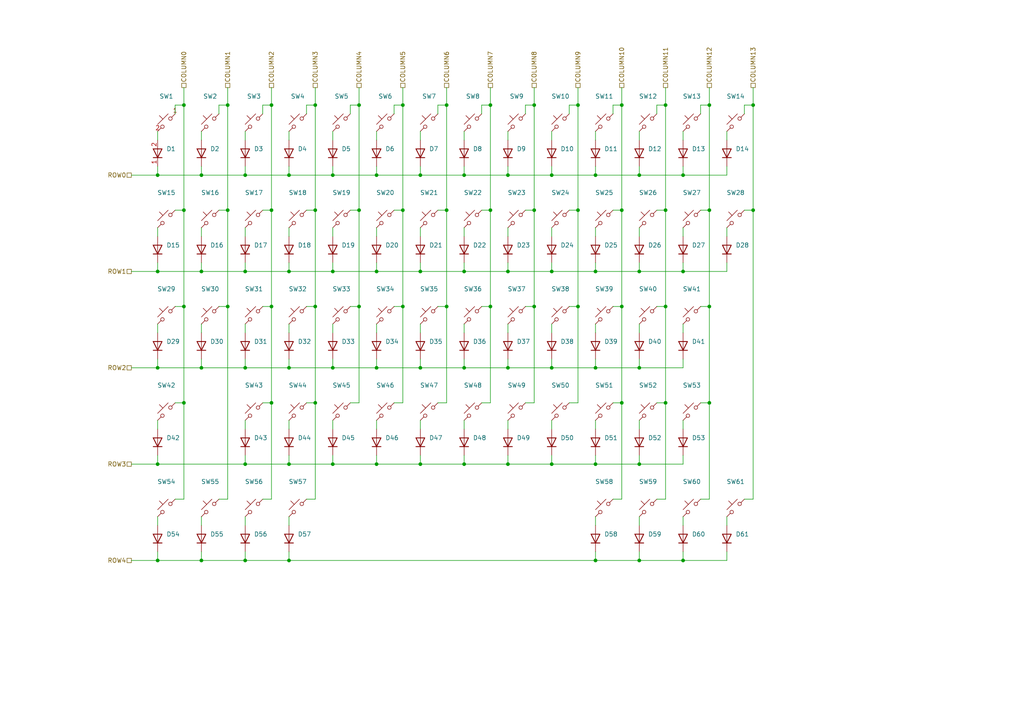
<source format=kicad_sch>
(kicad_sch (version 20231120) (generator "eeschema") (generator_version "8.0")
  (paper "A4")
  (junction (at 71.12 134.62))
  (junction (at 154.94 88.9))
  (junction (at 83.82 106.68))
  (junction (at 167.64 88.9))
  (junction (at 198.12 50.8))
  (junction (at 53.34 60.96))
  (junction (at 109.22 50.8))
  (junction (at 121.92 134.62))
  (junction (at 58.42 78.74))
  (junction (at 116.84 30.48))
  (junction (at 193.04 60.96))
  (junction (at 45.72 78.74))
  (junction (at 104.14 88.9))
  (junction (at 198.12 78.74))
  (junction (at 185.42 106.68))
  (junction (at 71.12 78.74))
  (junction (at 142.24 30.48))
  (junction (at 134.62 78.74))
  (junction (at 78.74 88.9))
  (junction (at 116.84 88.9))
  (junction (at 58.42 162.56))
  (junction (at 160.02 106.68))
  (junction (at 167.64 60.96))
  (junction (at 83.82 134.62))
  (junction (at 142.24 88.9))
  (junction (at 78.74 30.48))
  (junction (at 154.94 30.48))
  (junction (at 96.52 134.62))
  (junction (at 160.02 50.8))
  (junction (at 121.92 78.74))
  (junction (at 45.72 134.62))
  (junction (at 91.44 88.9))
  (junction (at 53.34 30.48))
  (junction (at 154.94 60.96))
  (junction (at 96.52 106.68))
  (junction (at 142.24 60.96))
  (junction (at 58.42 50.8))
  (junction (at 167.64 30.48))
  (junction (at 53.34 88.9))
  (junction (at 66.04 60.96))
  (junction (at 147.32 50.8))
  (junction (at 129.54 60.96))
  (junction (at 134.62 134.62))
  (junction (at 129.54 88.9))
  (junction (at 121.92 50.8))
  (junction (at 205.74 116.84))
  (junction (at 147.32 134.62))
  (junction (at 180.34 116.84))
  (junction (at 218.44 60.96))
  (junction (at 91.44 116.84))
  (junction (at 71.12 106.68))
  (junction (at 109.22 106.68))
  (junction (at 172.72 106.68))
  (junction (at 109.22 78.74))
  (junction (at 180.34 60.96))
  (junction (at 185.42 162.56))
  (junction (at 116.84 60.96))
  (junction (at 134.62 50.8))
  (junction (at 193.04 30.48))
  (junction (at 180.34 88.9))
  (junction (at 147.32 106.68))
  (junction (at 109.22 134.62))
  (junction (at 160.02 78.74))
  (junction (at 78.74 116.84))
  (junction (at 205.74 30.48))
  (junction (at 66.04 30.48))
  (junction (at 172.72 162.56))
  (junction (at 104.14 60.96))
  (junction (at 185.42 50.8))
  (junction (at 53.34 116.84))
  (junction (at 185.42 134.62))
  (junction (at 134.62 106.68))
  (junction (at 83.82 162.56))
  (junction (at 71.12 50.8))
  (junction (at 172.72 78.74))
  (junction (at 45.72 162.56))
  (junction (at 78.74 60.96))
  (junction (at 180.34 30.48))
  (junction (at 205.74 88.9))
  (junction (at 205.74 60.96))
  (junction (at 172.72 50.8))
  (junction (at 185.42 78.74))
  (junction (at 58.42 106.68))
  (junction (at 83.82 78.74))
  (junction (at 198.12 162.56))
  (junction (at 91.44 30.48))
  (junction (at 45.72 50.8))
  (junction (at 66.04 88.9))
  (junction (at 104.14 30.48))
  (junction (at 160.02 134.62))
  (junction (at 96.52 78.74))
  (junction (at 147.32 78.74))
  (junction (at 83.82 50.8))
  (junction (at 172.72 134.62))
  (junction (at 91.44 60.96))
  (junction (at 129.54 30.48))
  (junction (at 71.12 162.56))
  (junction (at 193.04 116.84))
  (junction (at 96.52 50.8))
  (junction (at 45.72 106.68))
  (junction (at 121.92 106.68))
  (junction (at 193.04 88.9))
  (junction (at 218.44 30.48))
  (wire (pts (xy 134.62 121.92) (xy 134.62 124.46)))
  (wire (pts (xy 190.5 144.78) (xy 193.04 144.78)))
  (wire (pts (xy 88.9 116.84) (xy 91.44 116.84)))
  (wire (pts (xy 121.92 106.68) (xy 134.62 106.68)))
  (wire (pts (xy 91.44 60.96) (xy 91.44 30.48)))
  (wire (pts (xy 71.12 93.98) (xy 71.12 96.52)))
  (wire (pts (xy 63.5 33.02) (xy 63.5 30.48)))
  (wire (pts (xy 83.82 78.74) (xy 96.52 78.74)))
  (wire (pts (xy 45.72 48.26) (xy 45.72 50.8)))
  (wire (pts (xy 215.9 30.48) (xy 218.44 30.48)))
  (wire (pts (xy 91.44 116.84) (xy 91.44 144.78)))
  (wire (pts (xy 116.84 60.96) (xy 116.84 88.9)))
  (wire (pts (xy 50.8 144.78) (xy 53.34 144.78)))
  (wire (pts (xy 109.22 104.14) (xy 109.22 106.68)))
  (wire (pts (xy 165.1 33.02) (xy 165.1 30.48)))
  (wire (pts (xy 121.92 48.26) (xy 121.92 50.8)))
  (wire (pts (xy 139.7 30.48) (xy 142.24 30.48)))
  (wire (pts (xy 121.92 78.74) (xy 134.62 78.74)))
  (wire (pts (xy 50.8 88.9) (xy 53.34 88.9)))
  (wire (pts (xy 96.52 66.04) (xy 96.52 68.58)))
  (wire (pts (xy 58.42 106.68) (xy 71.12 106.68)))
  (wire (pts (xy 38.1 162.56) (xy 45.72 162.56)))
  (wire (pts (xy 198.12 121.92) (xy 198.12 124.46)))
  (wire (pts (xy 121.92 66.04) (xy 121.92 68.58)))
  (wire (pts (xy 172.72 50.8) (xy 185.42 50.8)))
  (wire (pts (xy 71.12 132.08) (xy 71.12 134.62)))
  (wire (pts (xy 185.42 48.26) (xy 185.42 50.8)))
  (wire (pts (xy 114.3 60.96) (xy 116.84 60.96)))
  (wire (pts (xy 198.12 76.2) (xy 198.12 78.74)))
  (wire (pts (xy 203.2 88.9) (xy 205.74 88.9)))
  (wire (pts (xy 109.22 50.8) (xy 121.92 50.8)))
  (wire (pts (xy 147.32 76.2) (xy 147.32 78.74)))
  (wire (pts (xy 104.14 60.96) (xy 104.14 30.48)))
  (wire (pts (xy 53.34 60.96) (xy 53.34 88.9)))
  (wire (pts (xy 38.1 78.74) (xy 45.72 78.74)))
  (wire (pts (xy 66.04 60.96) (xy 66.04 88.9)))
  (wire (pts (xy 160.02 76.2) (xy 160.02 78.74)))
  (wire (pts (xy 83.82 66.04) (xy 83.82 68.58)))
  (wire (pts (xy 160.02 106.68) (xy 172.72 106.68)))
  (wire (pts (xy 45.72 78.74) (xy 58.42 78.74)))
  (wire (pts (xy 134.62 134.62) (xy 147.32 134.62)))
  (wire (pts (xy 71.12 121.92) (xy 71.12 124.46)))
  (wire (pts (xy 127 60.96) (xy 129.54 60.96)))
  (wire (pts (xy 160.02 104.14) (xy 160.02 106.68)))
  (wire (pts (xy 152.4 116.84) (xy 154.94 116.84)))
  (wire (pts (xy 58.42 50.8) (xy 71.12 50.8)))
  (wire (pts (xy 71.12 50.8) (xy 83.82 50.8)))
  (wire (pts (xy 205.74 60.96) (xy 205.74 30.48)))
  (wire (pts (xy 129.54 116.84) (xy 129.54 88.9)))
  (wire (pts (xy 109.22 132.08) (xy 109.22 134.62)))
  (wire (pts (xy 185.42 160.02) (xy 185.42 162.56)))
  (wire (pts (xy 83.82 132.08) (xy 83.82 134.62)))
  (wire (pts (xy 147.32 104.14) (xy 147.32 106.68)))
  (wire (pts (xy 193.04 30.48) (xy 193.04 60.96)))
  (wire (pts (xy 172.72 162.56) (xy 185.42 162.56)))
  (wire (pts (xy 142.24 88.9) (xy 142.24 116.84)))
  (wire (pts (xy 180.34 30.48) (xy 177.8 30.48)))
  (wire (pts (xy 193.04 88.9) (xy 193.04 116.84)))
  (wire (pts (xy 160.02 48.26) (xy 160.02 50.8)))
  (wire (pts (xy 121.92 134.62) (xy 134.62 134.62)))
  (wire (pts (xy 193.04 60.96) (xy 193.04 88.9)))
  (wire (pts (xy 198.12 48.26) (xy 198.12 50.8)))
  (wire (pts (xy 160.02 134.62) (xy 172.72 134.62)))
  (wire (pts (xy 109.22 121.92) (xy 109.22 124.46)))
  (wire (pts (xy 185.42 106.68) (xy 198.12 106.68)))
  (wire (pts (xy 152.4 88.9) (xy 154.94 88.9)))
  (wire (pts (xy 76.2 60.96) (xy 78.74 60.96)))
  (wire (pts (xy 203.2 116.84) (xy 205.74 116.84)))
  (wire (pts (xy 218.44 60.96) (xy 218.44 144.78)))
  (wire (pts (xy 147.32 134.62) (xy 160.02 134.62)))
  (wire (pts (xy 104.14 25.4) (xy 104.14 30.48)))
  (wire (pts (xy 58.42 76.2) (xy 58.42 78.74)))
  (wire (pts (xy 147.32 50.8) (xy 160.02 50.8)))
  (wire (pts (xy 78.74 30.48) (xy 78.74 60.96)))
  (wire (pts (xy 71.12 162.56) (xy 83.82 162.56)))
  (wire (pts (xy 198.12 104.14) (xy 198.12 106.68)))
  (wire (pts (xy 198.12 93.98) (xy 198.12 96.52)))
  (wire (pts (xy 83.82 121.92) (xy 83.82 124.46)))
  (wire (pts (xy 66.04 88.9) (xy 66.04 144.78)))
  (wire (pts (xy 109.22 38.1) (xy 109.22 40.64)))
  (wire (pts (xy 218.44 25.4) (xy 218.44 30.48)))
  (wire (pts (xy 172.72 104.14) (xy 172.72 106.68)))
  (wire (pts (xy 71.12 48.26) (xy 71.12 50.8)))
  (wire (pts (xy 185.42 66.04) (xy 185.42 68.58)))
  (wire (pts (xy 218.44 144.78) (xy 215.9 144.78)))
  (wire (pts (xy 96.52 50.8) (xy 109.22 50.8)))
  (wire (pts (xy 121.92 121.92) (xy 121.92 124.46)))
  (wire (pts (xy 185.42 50.8) (xy 198.12 50.8)))
  (wire (pts (xy 114.3 88.9) (xy 116.84 88.9)))
  (wire (pts (xy 66.04 144.78) (xy 63.5 144.78)))
  (wire (pts (xy 215.9 33.02) (xy 215.9 30.48)))
  (wire (pts (xy 165.1 30.48) (xy 167.64 30.48)))
  (wire (pts (xy 91.44 25.4) (xy 91.44 30.48)))
  (wire (pts (xy 127 88.9) (xy 129.54 88.9)))
  (wire (pts (xy 109.22 66.04) (xy 109.22 68.58)))
  (wire (pts (xy 177.8 116.84) (xy 180.34 116.84)))
  (wire (pts (xy 116.84 30.48) (xy 116.84 60.96)))
  (wire (pts (xy 185.42 149.86) (xy 185.42 152.4)))
  (wire (pts (xy 83.82 106.68) (xy 96.52 106.68)))
  (wire (pts (xy 172.72 106.68) (xy 185.42 106.68)))
  (wire (pts (xy 180.34 60.96) (xy 180.34 30.48)))
  (wire (pts (xy 58.42 160.02) (xy 58.42 162.56)))
  (wire (pts (xy 198.12 78.74) (xy 210.82 78.74)))
  (wire (pts (xy 139.7 60.96) (xy 142.24 60.96)))
  (wire (pts (xy 190.5 60.96) (xy 193.04 60.96)))
  (wire (pts (xy 78.74 60.96) (xy 78.74 88.9)))
  (wire (pts (xy 154.94 25.4) (xy 154.94 30.48)))
  (wire (pts (xy 76.2 88.9) (xy 78.74 88.9)))
  (wire (pts (xy 142.24 30.48) (xy 142.24 60.96)))
  (wire (pts (xy 45.72 104.14) (xy 45.72 106.68)))
  (wire (pts (xy 129.54 88.9) (xy 129.54 60.96)))
  (wire (pts (xy 96.52 132.08) (xy 96.52 134.62)))
  (wire (pts (xy 165.1 60.96) (xy 167.64 60.96)))
  (wire (pts (xy 58.42 162.56) (xy 71.12 162.56)))
  (wire (pts (xy 45.72 50.8) (xy 58.42 50.8)))
  (wire (pts (xy 215.9 60.96) (xy 218.44 60.96)))
  (wire (pts (xy 160.02 38.1) (xy 160.02 40.64)))
  (wire (pts (xy 116.84 88.9) (xy 116.84 116.84)))
  (wire (pts (xy 160.02 93.98) (xy 160.02 96.52)))
  (wire (pts (xy 147.32 78.74) (xy 160.02 78.74)))
  (wire (pts (xy 71.12 104.14) (xy 71.12 106.68)))
  (wire (pts (xy 154.94 60.96) (xy 154.94 88.9)))
  (wire (pts (xy 129.54 25.4) (xy 129.54 30.48)))
  (wire (pts (xy 96.52 93.98) (xy 96.52 96.52)))
  (wire (pts (xy 190.5 30.48) (xy 193.04 30.48)))
  (wire (pts (xy 101.6 88.9) (xy 104.14 88.9)))
  (wire (pts (xy 121.92 93.98) (xy 121.92 96.52)))
  (wire (pts (xy 96.52 104.14) (xy 96.52 106.68)))
  (wire (pts (xy 165.1 88.9) (xy 167.64 88.9)))
  (wire (pts (xy 134.62 50.8) (xy 147.32 50.8)))
  (wire (pts (xy 109.22 93.98) (xy 109.22 96.52)))
  (wire (pts (xy 96.52 76.2) (xy 96.52 78.74)))
  (wire (pts (xy 139.7 33.02) (xy 139.7 30.48)))
  (wire (pts (xy 190.5 33.02) (xy 190.5 30.48)))
  (wire (pts (xy 154.94 30.48) (xy 154.94 60.96)))
  (wire (pts (xy 205.74 88.9) (xy 205.74 60.96)))
  (wire (pts (xy 78.74 116.84) (xy 78.74 144.78)))
  (wire (pts (xy 147.32 93.98) (xy 147.32 96.52)))
  (wire (pts (xy 63.5 60.96) (xy 66.04 60.96)))
  (wire (pts (xy 154.94 30.48) (xy 152.4 30.48)))
  (wire (pts (xy 147.32 48.26) (xy 147.32 50.8)))
  (wire (pts (xy 172.72 66.04) (xy 172.72 68.58)))
  (wire (pts (xy 193.04 25.4) (xy 193.04 30.48)))
  (wire (pts (xy 45.72 93.98) (xy 45.72 96.52)))
  (wire (pts (xy 160.02 132.08) (xy 160.02 134.62)))
  (wire (pts (xy 121.92 132.08) (xy 121.92 134.62)))
  (wire (pts (xy 172.72 48.26) (xy 172.72 50.8)))
  (wire (pts (xy 185.42 93.98) (xy 185.42 96.52)))
  (wire (pts (xy 134.62 132.08) (xy 134.62 134.62)))
  (wire (pts (xy 134.62 106.68) (xy 147.32 106.68)))
  (wire (pts (xy 172.72 121.92) (xy 172.72 124.46)))
  (wire (pts (xy 134.62 38.1) (xy 134.62 40.64)))
  (wire (pts (xy 152.4 60.96) (xy 154.94 60.96)))
  (wire (pts (xy 71.12 78.74) (xy 83.82 78.74)))
  (wire (pts (xy 185.42 134.62) (xy 198.12 134.62)))
  (wire (pts (xy 203.2 60.96) (xy 205.74 60.96)))
  (wire (pts (xy 185.42 132.08) (xy 185.42 134.62)))
  (wire (pts (xy 198.12 149.86) (xy 198.12 152.4)))
  (wire (pts (xy 127 30.48) (xy 127 33.02)))
  (wire (pts (xy 96.52 38.1) (xy 96.52 40.64)))
  (wire (pts (xy 76.2 116.84) (xy 78.74 116.84)))
  (wire (pts (xy 96.52 106.68) (xy 109.22 106.68)))
  (wire (pts (xy 83.82 48.26) (xy 83.82 50.8)))
  (wire (pts (xy 172.72 38.1) (xy 172.72 40.64)))
  (wire (pts (xy 58.42 104.14) (xy 58.42 106.68)))
  (wire (pts (xy 83.82 134.62) (xy 96.52 134.62)))
  (wire (pts (xy 205.74 30.48) (xy 203.2 30.48)))
  (wire (pts (xy 58.42 93.98) (xy 58.42 96.52)))
  (wire (pts (xy 160.02 78.74) (xy 172.72 78.74)))
  (wire (pts (xy 45.72 132.08) (xy 45.72 134.62)))
  (wire (pts (xy 53.34 88.9) (xy 53.34 116.84)))
  (wire (pts (xy 172.72 160.02) (xy 172.72 162.56)))
  (wire (pts (xy 185.42 38.1) (xy 185.42 40.64)))
  (wire (pts (xy 58.42 48.26) (xy 58.42 50.8)))
  (wire (pts (xy 88.9 60.96) (xy 91.44 60.96)))
  (wire (pts (xy 134.62 66.04) (xy 134.62 68.58)))
  (wire (pts (xy 167.64 60.96) (xy 167.64 88.9)))
  (wire (pts (xy 142.24 60.96) (xy 142.24 88.9)))
  (wire (pts (xy 71.12 106.68) (xy 83.82 106.68)))
  (wire (pts (xy 160.02 50.8) (xy 172.72 50.8)))
  (wire (pts (xy 50.8 60.96) (xy 53.34 60.96)))
  (wire (pts (xy 45.72 106.68) (xy 58.42 106.68)))
  (wire (pts (xy 127 116.84) (xy 129.54 116.84)))
  (wire (pts (xy 167.64 30.48) (xy 167.64 60.96)))
  (wire (pts (xy 50.8 116.84) (xy 53.34 116.84)))
  (wire (pts (xy 167.64 25.4) (xy 167.64 30.48)))
  (wire (pts (xy 180.34 25.4) (xy 180.34 30.48)))
  (wire (pts (xy 88.9 88.9) (xy 91.44 88.9)))
  (wire (pts (xy 185.42 121.92) (xy 185.42 124.46)))
  (wire (pts (xy 147.32 121.92) (xy 147.32 124.46)))
  (wire (pts (xy 172.72 78.74) (xy 185.42 78.74)))
  (wire (pts (xy 50.8 33.02) (xy 50.8 30.48)))
  (wire (pts (xy 210.82 66.04) (xy 210.82 68.58)))
  (wire (pts (xy 198.12 50.8) (xy 210.82 50.8)))
  (wire (pts (xy 154.94 88.9) (xy 154.94 116.84)))
  (wire (pts (xy 198.12 66.04) (xy 198.12 68.58)))
  (wire (pts (xy 134.62 104.14) (xy 134.62 106.68)))
  (wire (pts (xy 101.6 30.48) (xy 101.6 33.02)))
  (wire (pts (xy 45.72 121.92) (xy 45.72 124.46)))
  (wire (pts (xy 101.6 60.96) (xy 104.14 60.96)))
  (wire (pts (xy 104.14 30.48) (xy 101.6 30.48)))
  (wire (pts (xy 134.62 76.2) (xy 134.62 78.74)))
  (wire (pts (xy 109.22 134.62) (xy 121.92 134.62)))
  (wire (pts (xy 76.2 30.48) (xy 78.74 30.48)))
  (wire (pts (xy 147.32 132.08) (xy 147.32 134.62)))
  (wire (pts (xy 71.12 38.1) (xy 71.12 40.64)))
  (wire (pts (xy 58.42 78.74) (xy 71.12 78.74)))
  (wire (pts (xy 172.72 149.86) (xy 172.72 152.4)))
  (wire (pts (xy 53.34 25.4) (xy 53.34 30.48)))
  (wire (pts (xy 177.8 60.96) (xy 180.34 60.96)))
  (wire (pts (xy 152.4 30.48) (xy 152.4 33.02)))
  (wire (pts (xy 185.42 104.14) (xy 185.42 106.68)))
  (wire (pts (xy 185.42 78.74) (xy 198.12 78.74)))
  (wire (pts (xy 172.72 132.08) (xy 172.72 134.62)))
  (wire (pts (xy 205.74 116.84) (xy 205.74 88.9)))
  (wire (pts (xy 96.52 48.26) (xy 96.52 50.8)))
  (wire (pts (xy 38.1 106.68) (xy 45.72 106.68)))
  (wire (pts (xy 121.92 104.14) (xy 121.92 106.68)))
  (wire (pts (xy 91.44 88.9) (xy 91.44 60.96)))
  (wire (pts (xy 210.82 48.26) (xy 210.82 50.8)))
  (wire (pts (xy 66.04 25.4) (xy 66.04 30.48)))
  (wire (pts (xy 177.8 144.78) (xy 180.34 144.78)))
  (wire (pts (xy 83.82 50.8) (xy 96.52 50.8)))
  (wire (pts (xy 114.3 30.48) (xy 116.84 30.48)))
  (wire (pts (xy 104.14 116.84) (xy 104.14 88.9)))
  (wire (pts (xy 83.82 76.2) (xy 83.82 78.74)))
  (wire (pts (xy 114.3 33.02) (xy 114.3 30.48)))
  (wire (pts (xy 218.44 30.48) (xy 218.44 60.96)))
  (wire (pts (xy 83.82 38.1) (xy 83.82 40.64)))
  (wire (pts (xy 88.9 30.48) (xy 88.9 33.02)))
  (wire (pts (xy 134.62 93.98) (xy 134.62 96.52)))
  (wire (pts (xy 45.72 76.2) (xy 45.72 78.74)))
  (wire (pts (xy 147.32 66.04) (xy 147.32 68.58)))
  (wire (pts (xy 83.82 149.86) (xy 83.82 152.4)))
  (wire (pts (xy 114.3 116.84) (xy 116.84 116.84)))
  (wire (pts (xy 210.82 162.56) (xy 198.12 162.56)))
  (wire (pts (xy 203.2 144.78) (xy 205.74 144.78)))
  (wire (pts (xy 45.72 38.1) (xy 45.72 40.64)))
  (wire (pts (xy 205.74 144.78) (xy 205.74 116.84)))
  (wire (pts (xy 172.72 93.98) (xy 172.72 96.52)))
  (wire (pts (xy 193.04 116.84) (xy 193.04 144.78)))
  (wire (pts (xy 83.82 160.02) (xy 83.82 162.56)))
  (wire (pts (xy 109.22 48.26) (xy 109.22 50.8)))
  (wire (pts (xy 121.92 38.1) (xy 121.92 40.64)))
  (wire (pts (xy 167.64 88.9) (xy 167.64 116.84)))
  (wire (pts (xy 58.42 38.1) (xy 58.42 40.64)))
  (wire (pts (xy 83.82 93.98) (xy 83.82 96.52)))
  (wire (pts (xy 180.34 116.84) (xy 180.34 88.9)))
  (wire (pts (xy 147.32 106.68) (xy 160.02 106.68)))
  (wire (pts (xy 50.8 30.48) (xy 53.34 30.48)))
  (wire (pts (xy 198.12 38.1) (xy 198.12 40.64)))
  (wire (pts (xy 83.82 104.14) (xy 83.82 106.68)))
  (wire (pts (xy 45.72 149.86) (xy 45.72 152.4)))
  (wire (pts (xy 134.62 78.74) (xy 147.32 78.74)))
  (wire (pts (xy 53.34 30.48) (xy 53.34 60.96)))
  (wire (pts (xy 71.12 76.2) (xy 71.12 78.74)))
  (wire (pts (xy 185.42 76.2) (xy 185.42 78.74)))
  (wire (pts (xy 45.72 134.62) (xy 71.12 134.62)))
  (wire (pts (xy 180.34 144.78) (xy 180.34 116.84)))
  (wire (pts (xy 96.52 121.92) (xy 96.52 124.46)))
  (wire (pts (xy 53.34 116.84) (xy 53.34 144.78)))
  (wire (pts (xy 160.02 121.92) (xy 160.02 124.46)))
  (wire (pts (xy 91.44 116.84) (xy 91.44 88.9)))
  (wire (pts (xy 104.14 88.9) (xy 104.14 60.96)))
  (wire (pts (xy 198.12 132.08) (xy 198.12 134.62)))
  (wire (pts (xy 198.12 160.02) (xy 198.12 162.56)))
  (wire (pts (xy 180.34 88.9) (xy 180.34 60.96)))
  (wire (pts (xy 121.92 50.8) (xy 134.62 50.8)))
  (wire (pts (xy 63.5 88.9) (xy 66.04 88.9)))
  (wire (pts (xy 45.72 66.04) (xy 45.72 68.58)))
  (wire (pts (xy 172.72 134.62) (xy 185.42 134.62)))
  (wire (pts (xy 45.72 162.56) (xy 58.42 162.56)))
  (wire (pts (xy 139.7 88.9) (xy 142.24 88.9)))
  (wire (pts (xy 96.52 134.62) (xy 109.22 134.62)))
  (wire (pts (xy 96.52 78.74) (xy 109.22 78.74)))
  (wire (pts (xy 71.12 160.02) (xy 71.12 162.56)))
  (wire (pts (xy 71.12 134.62) (xy 83.82 134.62)))
  (wire (pts (xy 210.82 160.02) (xy 210.82 162.56)))
  (wire (pts (xy 78.74 144.78) (xy 76.2 144.78)))
  (wire (pts (xy 134.62 48.26) (xy 134.62 50.8)))
  (wire (pts (xy 91.44 144.78) (xy 88.9 144.78)))
  (wire (pts (xy 147.32 38.1) (xy 147.32 40.64)))
  (wire (pts (xy 109.22 78.74) (xy 121.92 78.74)))
  (wire (pts (xy 45.72 160.02) (xy 45.72 162.56)))
  (wire (pts (xy 142.24 25.4) (xy 142.24 30.48)))
  (wire (pts (xy 78.74 25.4) (xy 78.74 30.48)))
  (wire (pts (xy 210.82 38.1) (xy 210.82 40.64)))
  (wire (pts (xy 109.22 76.2) (xy 109.22 78.74)))
  (wire (pts (xy 190.5 116.84) (xy 193.04 116.84)))
  (wire (pts (xy 185.42 162.56) (xy 198.12 162.56)))
  (wire (pts (xy 210.82 76.2) (xy 210.82 78.74)))
  (wire (pts (xy 205.74 25.4) (xy 205.74 30.48)))
  (wire (pts (xy 71.12 149.86) (xy 71.12 152.4)))
  (wire (pts (xy 165.1 116.84) (xy 167.64 116.84)))
  (wire (pts (xy 58.42 149.86) (xy 58.42 152.4)))
  (wire (pts (xy 66.04 30.48) (xy 66.04 60.96)))
  (wire (pts (xy 121.92 76.2) (xy 121.92 78.74)))
  (wire (pts (xy 76.2 33.02) (xy 76.2 30.48)))
  (wire (pts (xy 58.42 66.04) (xy 58.42 68.58)))
  (wire (pts (xy 129.54 60.96) (xy 129.54 30.48)))
  (wire (pts (xy 203.2 30.48) (xy 203.2 33.02)))
  (wire (pts (xy 177.8 88.9) (xy 180.34 88.9)))
  (wire (pts (xy 63.5 30.48) (xy 66.04 30.48)))
  (wire (pts (xy 129.54 30.48) (xy 127 30.48)))
  (wire (pts (xy 116.84 25.4) (xy 116.84 30.48)))
  (wire (pts (xy 38.1 50.8) (xy 45.72 50.8)))
  (wire (pts (xy 83.82 162.56) (xy 172.72 162.56)))
  (wire (pts (xy 177.8 30.48) (xy 177.8 33.02)))
  (wire (pts (xy 160.02 66.04) (xy 160.02 68.58)))
  (wire (pts (xy 109.22 106.68) (xy 121.92 106.68)))
  (wire (pts (xy 91.44 30.48) (xy 88.9 30.48)))
  (wire (pts (xy 78.74 88.9) (xy 78.74 116.84)))
  (wire (pts (xy 38.1 134.62) (xy 45.72 134.62)))
  (wire (pts (xy 210.82 149.86) (xy 210.82 152.4)))
  (wire (pts (xy 101.6 116.84) (xy 104.14 116.84)))
  (wire (pts (xy 71.12 66.04) (xy 71.12 68.58)))
  (wire (pts (xy 172.72 76.2) (xy 172.72 78.74)))
  (wire (pts (xy 139.7 116.84) (xy 142.24 116.84)))
  (wire (pts (xy 190.5 88.9) (xy 193.04 88.9)))
  (hierarchical_label "COLUMN7" (shape passive) (at 142.24 25.4 90))
  (hierarchical_label "COLUMN8" (shape passive) (at 154.94 25.4 90))
  (hierarchical_label "COLUMN11" (shape passive) (at 193.04 25.4 90))
  (hierarchical_label "COLUMN0" (shape passive) (at 53.34 25.4 90))
  (hierarchical_label "COLUMN3" (shape passive) (at 91.44 25.4 90))
  (hierarchical_label "ROW0" (shape passive) (at 38.1 50.8 180))
  (hierarchical_label "ROW2" (shape passive) (at 38.1 106.68 180))
  (hierarchical_label "COLUMN5" (shape passive) (at 116.84 25.4 90))
  (hierarchical_label "COLUMN2" (shape passive) (at 78.74 25.4 90))
  (hierarchical_label "ROW4" (shape passive) (at 38.1 162.56 180))
  (hierarchical_label "COLUMN9" (shape passive) (at 167.64 25.4 90))
  (hierarchical_label "COLUMN10" (shape passive) (at 180.34 25.4 90))
  (hierarchical_label "COLUMN12" (shape passive) (at 205.74 25.4 90))
  (hierarchical_label "ROW1" (shape passive) (at 38.1 78.74 180))
  (hierarchical_label "COLUMN4" (shape passive) (at 104.14 25.4 90))
  (hierarchical_label "ROW3" (shape passive) (at 38.1 134.62 180))
  (hierarchical_label "COLUMN13" (shape passive) (at 218.44 25.4 90))
  (hierarchical_label "COLUMN1" (shape passive) (at 66.04 25.4 90))
  (hierarchical_label "COLUMN6" (shape passive) (at 129.54 25.4 90))
  (symbol (lib_id "Switch:SW_Push_45deg") (at 162.56 119.38 0) (mirror y) (unit 1)
    (property "Reference" "SW50" (at 162.56 111.76 0))
    (property "Value" "SW_Push_45deg" (effects (hide yes)))
    (property "Footprint" "Button_Switch_Keyboard:SW_Cherry_MX_1.00u_PCB" (effects (hide yes)))
    (property "Description" "Push button switch, normally open, two pins, 45° tilted" (effects (hide yes)))
  )
  (symbol (lib_id "Switch:SW_Push_45deg") (at 111.76 119.38 0) (mirror y) (unit 1)
    (property "Reference" "SW46" (at 111.76 111.76 0))
    (property "Value" "SW_Push_45deg" (effects (hide yes)))
    (property "Footprint" "Button_Switch_Keyboard:SW_Cherry_MX_1.00u_PCB" (effects (hide yes)))
    (property "Description" "Push button switch, normally open, two pins, 45° tilted" (effects (hide yes)))
  )
  (symbol (lib_id "Device:D") (at 185.42 72.39 90) (unit 1)
    (property "Reference" "D26" (at 187.96 71.1199 90) (effects (justify right)))
    (property "Value" "D" (effects (hide yes)))
    (property "Footprint" "Diode_SMD:D_0805_2012Metric" (effects (hide yes)))
    (property "Description" "Diode" (effects (hide yes)))
    (property "Sim.Device" "D" (effects (hide yes)))
    (property "Sim.Pins" "1=K 2=A" (effects (hide yes)))
  )
  (symbol (lib_id "Device:D") (at 83.82 128.27 90) (unit 1)
    (property "Reference" "D44" (at 86.36 126.9999 90) (effects (justify right)))
    (property "Value" "D" (effects (hide yes)))
    (property "Footprint" "Diode_SMD:D_0805_2012Metric" (effects (hide yes)))
    (property "Description" "Diode" (effects (hide yes)))
    (property "Sim.Device" "D" (effects (hide yes)))
    (property "Sim.Pins" "1=K 2=A" (effects (hide yes)))
  )
  (symbol (lib_id "Switch:SW_Push_45deg") (at 48.26 63.5 0) (mirror y) (unit 1)
    (property "Reference" "SW15" (at 48.26 55.88 0))
    (property "Value" "SW_Push_45deg" (effects (hide yes)))
    (property "Footprint" "Button_Switch_Keyboard:SW_Cherry_MX_1.50u_PCB" (effects (hide yes)))
    (property "Description" "Push button switch, normally open, two pins, 45° tilted" (effects (hide yes)))
  )
  (symbol (lib_id "Switch:SW_Push_45deg") (at 99.06 35.56 0) (mirror y) (unit 1)
    (property "Reference" "SW5" (at 99.06 27.94 0))
    (property "Value" "SW_Push_45deg" (effects (hide yes)))
    (property "Footprint" "Button_Switch_Keyboard:SW_Cherry_MX_1.00u_PCB" (effects (hide yes)))
    (property "Description" "Push button switch, normally open, two pins, 45° tilted" (effects (hide yes)))
  )
  (symbol (lib_id "Switch:SW_Push_45deg") (at 73.66 119.38 0) (mirror y) (unit 1)
    (property "Reference" "SW43" (at 73.66 111.76 0))
    (property "Value" "SW_Push_45deg" (effects (hide yes)))
    (property "Footprint" "Button_Switch_Keyboard:SW_Cherry_MX_1.00u_PCB" (effects (hide yes)))
    (property "Description" "Push button switch, normally open, two pins, 45° tilted" (effects (hide yes)))
  )
  (symbol (lib_id "Device:D") (at 185.42 100.33 90) (unit 1)
    (property "Reference" "D40" (at 187.96 99.0599 90) (effects (justify right)))
    (property "Value" "D" (effects (hide yes)))
    (property "Footprint" "Diode_SMD:D_0805_2012Metric" (effects (hide yes)))
    (property "Description" "Diode" (effects (hide yes)))
    (property "Sim.Device" "D" (effects (hide yes)))
    (property "Sim.Pins" "1=K 2=A" (effects (hide yes)))
  )
  (symbol (lib_id "Device:D") (at 185.42 156.21 90) (unit 1)
    (property "Reference" "D59" (at 187.96 154.9399 90) (effects (justify right)))
    (property "Value" "D" (effects (hide yes)))
    (property "Footprint" "Diode_SMD:D_0805_2012Metric" (effects (hide yes)))
    (property "Description" "Diode" (effects (hide yes)))
    (property "Sim.Device" "D" (effects (hide yes)))
    (property "Sim.Pins" "1=K 2=A" (effects (hide yes)))
  )
  (symbol (lib_id "Switch:SW_Push_45deg") (at 175.26 91.44 0) (mirror y) (unit 1)
    (property "Reference" "SW39" (at 175.26 83.82 0))
    (property "Value" "SW_Push_45deg" (effects (hide yes)))
    (property "Footprint" "Button_Switch_Keyboard:SW_Cherry_MX_1.00u_PCB" (effects (hide yes)))
    (property "Description" "Push button switch, normally open, two pins, 45° tilted" (effects (hide yes)))
  )
  (symbol (lib_id "Switch:SW_Push_45deg") (at 124.46 91.44 0) (mirror y) (unit 1)
    (property "Reference" "SW35" (at 124.46 83.82 0))
    (property "Value" "SW_Push_45deg" (effects (hide yes)))
    (property "Footprint" "Button_Switch_Keyboard:SW_Cherry_MX_1.00u_PCB" (effects (hide yes)))
    (property "Description" "Push button switch, normally open, two pins, 45° tilted" (effects (hide yes)))
  )
  (symbol (lib_id "Device:D") (at 96.52 44.45 90) (unit 1)
    (property "Reference" "D5" (at 99.06 43.1799 90) (effects (justify right)))
    (property "Value" "D" (effects (hide yes)))
    (property "Footprint" "Diode_SMD:D_0805_2012Metric" (effects (hide yes)))
    (property "Description" "Diode" (effects (hide yes)))
    (property "Sim.Device" "D" (effects (hide yes)))
    (property "Sim.Pins" "1=K 2=A" (effects (hide yes)))
  )
  (symbol (lib_id "Device:D") (at 147.32 100.33 90) (unit 1)
    (property "Reference" "D37" (at 149.86 99.0599 90) (effects (justify right)))
    (property "Value" "D" (effects (hide yes)))
    (property "Footprint" "Diode_SMD:D_0805_2012Metric" (effects (hide yes)))
    (property "Description" "Diode" (effects (hide yes)))
    (property "Sim.Device" "D" (effects (hide yes)))
    (property "Sim.Pins" "1=K 2=A" (effects (hide yes)))
  )
  (symbol (lib_id "Switch:SW_Push_45deg") (at 60.96 147.32 0) (mirror y) (unit 1)
    (property "Reference" "SW55" (at 60.96 139.7 0))
    (property "Value" "SW_Push_45deg" (effects (hide yes)))
    (property "Footprint" "Button_Switch_Keyboard:SW_Cherry_MX_1.25u_PCB" (effects (hide yes)))
    (property "Description" "Push button switch, normally open, two pins, 45° tilted" (effects (hide yes)))
  )
  (symbol (lib_id "Switch:SW_Push_45deg") (at 162.56 35.56 0) (mirror y) (unit 1)
    (property "Reference" "SW10" (at 162.56 27.94 0))
    (property "Value" "SW_Push_45deg" (effects (hide yes)))
    (property "Footprint" "Button_Switch_Keyboard:SW_Cherry_MX_1.00u_PCB" (effects (hide yes)))
    (property "Description" "Push button switch, normally open, two pins, 45° tilted" (effects (hide yes)))
  )
  (symbol (lib_id "Device:D") (at 45.72 156.21 90) (unit 1)
    (property "Reference" "D54" (at 48.26 154.9399 90) (effects (justify right)))
    (property "Value" "D" (effects (hide yes)))
    (property "Footprint" "Diode_SMD:D_0805_2012Metric" (effects (hide yes)))
    (property "Description" "Diode" (effects (hide yes)))
    (property "Sim.Device" "D" (effects (hide yes)))
    (property "Sim.Pins" "1=K 2=A" (effects (hide yes)))
  )
  (symbol (lib_id "Device:D") (at 172.72 100.33 90) (unit 1)
    (property "Reference" "D39" (at 175.26 99.0599 90) (effects (justify right)))
    (property "Value" "D" (effects (hide yes)))
    (property "Footprint" "Diode_SMD:D_0805_2012Metric" (effects (hide yes)))
    (property "Description" "Diode" (effects (hide yes)))
    (property "Sim.Device" "D" (effects (hide yes)))
    (property "Sim.Pins" "1=K 2=A" (effects (hide yes)))
  )
  (symbol (lib_id "Device:D") (at 121.92 100.33 90) (unit 1)
    (property "Reference" "D35" (at 124.46 99.0599 90) (effects (justify right)))
    (property "Value" "D" (effects (hide yes)))
    (property "Footprint" "Diode_SMD:D_0805_2012Metric" (effects (hide yes)))
    (property "Description" "Diode" (effects (hide yes)))
    (property "Sim.Device" "D" (effects (hide yes)))
    (property "Sim.Pins" "1=K 2=A" (effects (hide yes)))
  )
  (symbol (lib_name "D_1") (lib_id "Device:D") (at 45.72 44.45 90) (unit 1)
    (property "Reference" "D1" (at 48.26 43.1799 90) (effects (justify right)))
    (property "Value" "D" (effects (hide yes)))
    (property "Footprint" "Diode_SMD:D_0805_2012Metric" (effects (hide yes)))
    (property "Description" "Diode" (effects (hide yes)))
    (property "Sim.Device" "D" (effects (hide yes)))
    (property "Sim.Pins" "1=K 2=A" (effects (hide yes)))
  )
  (symbol (lib_id "Device:D") (at 198.12 128.27 90) (unit 1)
    (property "Reference" "D53" (at 200.66 126.9999 90) (effects (justify right)))
    (property "Value" "D" (effects (hide yes)))
    (property "Footprint" "Diode_SMD:D_0805_2012Metric" (effects (hide yes)))
    (property "Description" "Diode" (effects (hide yes)))
    (property "Sim.Device" "D" (effects (hide yes)))
    (property "Sim.Pins" "1=K 2=A" (effects (hide yes)))
  )
  (symbol (lib_id "Switch:SW_Push_45deg") (at 137.16 91.44 0) (mirror y) (unit 1)
    (property "Reference" "SW36" (at 137.16 83.82 0))
    (property "Value" "SW_Push_45deg" (effects (hide yes)))
    (property "Footprint" "Button_Switch_Keyboard:SW_Cherry_MX_1.00u_PCB" (effects (hide yes)))
    (property "Description" "Push button switch, normally open, two pins, 45° tilted" (effects (hide yes)))
  )
  (symbol (lib_id "Device:D") (at 134.62 128.27 90) (unit 1)
    (property "Reference" "D48" (at 137.16 126.9999 90) (effects (justify right)))
    (property "Value" "D" (effects (hide yes)))
    (property "Footprint" "Diode_SMD:D_0805_2012Metric" (effects (hide yes)))
    (property "Description" "Diode" (effects (hide yes)))
    (property "Sim.Device" "D" (effects (hide yes)))
    (property "Sim.Pins" "1=K 2=A" (effects (hide yes)))
  )
  (symbol (lib_id "Switch:SW_Push_45deg") (at 187.96 147.32 0) (mirror y) (unit 1)
    (property "Reference" "SW59" (at 187.96 139.7 0))
    (property "Value" "SW_Push_45deg" (effects (hide yes)))
    (property "Footprint" "Button_Switch_Keyboard:SW_Cherry_MX_1.25u_PCB" (effects (hide yes)))
    (property "Description" "Push button switch, normally open, two pins, 45° tilted" (effects (hide yes)))
  )
  (symbol (lib_id "Device:D") (at 160.02 72.39 90) (unit 1)
    (property "Reference" "D24" (at 162.56 71.1199 90) (effects (justify right)))
    (property "Value" "D" (effects (hide yes)))
    (property "Footprint" "Diode_SMD:D_0805_2012Metric" (effects (hide yes)))
    (property "Description" "Diode" (effects (hide yes)))
    (property "Sim.Device" "D" (effects (hide yes)))
    (property "Sim.Pins" "1=K 2=A" (effects (hide yes)))
  )
  (symbol (lib_id "Switch:SW_Push_45deg") (at 200.66 147.32 0) (mirror y) (unit 1)
    (property "Reference" "SW60" (at 200.66 139.7 0))
    (property "Value" "SW_Push_45deg" (effects (hide yes)))
    (property "Footprint" "Button_Switch_Keyboard:SW_Cherry_MX_1.25u_PCB" (effects (hide yes)))
    (property "Description" "Push button switch, normally open, two pins, 45° tilted" (effects (hide yes)))
  )
  (symbol (lib_id "Switch:SW_Push_45deg") (at 111.76 35.56 0) (mirror y) (unit 1)
    (property "Reference" "SW6" (at 111.76 27.94 0))
    (property "Value" "SW_Push_45deg" (effects (hide yes)))
    (property "Footprint" "Button_Switch_Keyboard:SW_Cherry_MX_1.00u_PCB" (effects (hide yes)))
    (property "Description" "Push button switch, normally open, two pins, 45° tilted" (effects (hide yes)))
  )
  (symbol (lib_id "Switch:SW_Push_45deg") (at 111.76 63.5 0) (mirror y) (unit 1)
    (property "Reference" "SW20" (at 111.76 55.88 0))
    (property "Value" "SW_Push_45deg" (effects (hide yes)))
    (property "Footprint" "Button_Switch_Keyboard:SW_Cherry_MX_1.00u_PCB" (effects (hide yes)))
    (property "Description" "Push button switch, normally open, two pins, 45° tilted" (effects (hide yes)))
  )
  (symbol (lib_id "Switch:SW_Push_45deg") (at 187.96 119.38 0) (mirror y) (unit 1)
    (property "Reference" "SW52" (at 187.96 111.76 0))
    (property "Value" "SW_Push_45deg" (effects (hide yes)))
    (property "Footprint" "Button_Switch_Keyboard:SW_Cherry_MX_1.00u_PCB" (effects (hide yes)))
    (property "Description" "Push button switch, normally open, two pins, 45° tilted" (effects (hide yes)))
  )
  (symbol (lib_id "Switch:SW_Push_45deg") (at 124.46 35.56 0) (mirror y) (unit 1)
    (property "Reference" "SW7" (at 124.46 27.94 0))
    (property "Value" "SW_Push_45deg" (effects (hide yes)))
    (property "Footprint" "Button_Switch_Keyboard:SW_Cherry_MX_1.00u_PCB" (effects (hide yes)))
    (property "Description" "Push button switch, normally open, two pins, 45° tilted" (effects (hide yes)))
  )
  (symbol (lib_id "Device:D") (at 210.82 156.21 90) (unit 1)
    (property "Reference" "D61" (at 213.36 154.9399 90) (effects (justify right)))
    (property "Value" "D" (effects (hide yes)))
    (property "Footprint" "Diode_SMD:D_0805_2012Metric" (effects (hide yes)))
    (property "Description" "Diode" (effects (hide yes)))
    (property "Sim.Device" "D" (effects (hide yes)))
    (property "Sim.Pins" "1=K 2=A" (effects (hide yes)))
  )
  (symbol (lib_id "Device:D") (at 71.12 100.33 90) (unit 1)
    (property "Reference" "D31" (at 73.66 99.0599 90) (effects (justify right)))
    (property "Value" "D" (effects (hide yes)))
    (property "Footprint" "Diode_SMD:D_0805_2012Metric" (effects (hide yes)))
    (property "Description" "Diode" (effects (hide yes)))
    (property "Sim.Device" "D" (effects (hide yes)))
    (property "Sim.Pins" "1=K 2=A" (effects (hide yes)))
  )
  (symbol (lib_id "Device:D") (at 210.82 72.39 90) (unit 1)
    (property "Reference" "D28" (at 213.36 71.1199 90) (effects (justify right)))
    (property "Value" "D" (effects (hide yes)))
    (property "Footprint" "Diode_SMD:D_0805_2012Metric" (effects (hide yes)))
    (property "Description" "Diode" (effects (hide yes)))
    (property "Sim.Device" "D" (effects (hide yes)))
    (property "Sim.Pins" "1=K 2=A" (effects (hide yes)))
  )
  (symbol (lib_id "Device:D") (at 71.12 156.21 90) (unit 1)
    (property "Reference" "D56" (at 73.66 154.9399 90) (effects (justify right)))
    (property "Value" "D" (effects (hide yes)))
    (property "Footprint" "Diode_SMD:D_0805_2012Metric" (effects (hide yes)))
    (property "Description" "Diode" (effects (hide yes)))
    (property "Sim.Device" "D" (effects (hide yes)))
    (property "Sim.Pins" "1=K 2=A" (effects (hide yes)))
  )
  (symbol (lib_id "Device:D") (at 198.12 156.21 90) (unit 1)
    (property "Reference" "D60" (at 200.66 154.9399 90) (effects (justify right)))
    (property "Value" "D" (effects (hide yes)))
    (property "Footprint" "Diode_SMD:D_0805_2012Metric" (effects (hide yes)))
    (property "Description" "Diode" (effects (hide yes)))
    (property "Sim.Device" "D" (effects (hide yes)))
    (property "Sim.Pins" "1=K 2=A" (effects (hide yes)))
  )
  (symbol (lib_id "Switch:SW_Push_45deg") (at 99.06 91.44 0) (mirror y) (unit 1)
    (property "Reference" "SW33" (at 99.06 83.82 0))
    (property "Value" "SW_Push_45deg" (effects (hide yes)))
    (property "Footprint" "Button_Switch_Keyboard:SW_Cherry_MX_1.00u_PCB" (effects (hide yes)))
    (property "Description" "Push button switch, normally open, two pins, 45° tilted" (effects (hide yes)))
  )
  (symbol (lib_id "Switch:SW_Push_45deg") (at 99.06 63.5 0) (mirror y) (unit 1)
    (property "Reference" "SW19" (at 99.06 55.88 0))
    (property "Value" "SW_Push_45deg" (effects (hide yes)))
    (property "Footprint" "Button_Switch_Keyboard:SW_Cherry_MX_1.00u_PCB" (effects (hide yes)))
    (property "Description" "Push button switch, normally open, two pins, 45° tilted" (effects (hide yes)))
  )
  (symbol (lib_id "Switch:SW_Push_45deg") (at 213.36 35.56 0) (mirror y) (unit 1)
    (property "Reference" "SW14" (at 213.36 27.94 0))
    (property "Value" "SW_Push_45deg" (effects (hide yes)))
    (property "Footprint" "Button_Switch_Keyboard:SW_Cherry_MX_2.00u_PCB" (effects (hide yes)))
    (property "Description" "Push button switch, normally open, two pins, 45° tilted" (effects (hide yes)))
  )
  (symbol (lib_id "Switch:SW_Push_45deg") (at 162.56 91.44 0) (mirror y) (unit 1)
    (property "Reference" "SW38" (at 162.56 83.82 0))
    (property "Value" "SW_Push_45deg" (effects (hide yes)))
    (property "Footprint" "Button_Switch_Keyboard:SW_Cherry_MX_1.00u_PCB" (effects (hide yes)))
    (property "Description" "Push button switch, normally open, two pins, 45° tilted" (effects (hide yes)))
  )
  (symbol (lib_name "D_2") (lib_id "Device:D") (at 58.42 44.45 90) (unit 1)
    (property "Reference" "D2" (at 60.96 43.1799 90) (effects (justify right)))
    (property "Value" "D" (effects (hide yes)))
    (property "Footprint" "Diode_SMD:D_0805_2012Metric" (effects (hide yes)))
    (property "Description" "Diode" (effects (hide yes)))
    (property "Sim.Device" "D" (effects (hide yes)))
    (property "Sim.Pins" "1=K 2=A" (effects (hide yes)))
  )
  (symbol (lib_id "Device:D") (at 134.62 100.33 90) (unit 1)
    (property "Reference" "D36" (at 137.16 99.0599 90) (effects (justify right)))
    (property "Value" "D" (effects (hide yes)))
    (property "Footprint" "Diode_SMD:D_0805_2012Metric" (effects (hide yes)))
    (property "Description" "Diode" (effects (hide yes)))
    (property "Sim.Device" "D" (effects (hide yes)))
    (property "Sim.Pins" "1=K 2=A" (effects (hide yes)))
  )
  (symbol (lib_id "Switch:SW_Push_45deg") (at 213.36 147.32 0) (mirror y) (unit 1)
    (property "Reference" "SW61" (at 213.36 139.7 0))
    (property "Value" "SW_Push_45deg" (effects (hide yes)))
    (property "Footprint" "Button_Switch_Keyboard:SW_Cherry_MX_1.25u_PCB" (effects (hide yes)))
    (property "Description" "Push button switch, normally open, two pins, 45° tilted" (effects (hide yes)))
  )
  (symbol (lib_id "Switch:SW_Push_45deg") (at 162.56 63.5 0) (mirror y) (unit 1)
    (property "Reference" "SW24" (at 162.56 55.88 0))
    (property "Value" "SW_Push_45deg" (effects (hide yes)))
    (property "Footprint" "Button_Switch_Keyboard:SW_Cherry_MX_1.00u_PCB" (effects (hide yes)))
    (property "Description" "Push button switch, normally open, two pins, 45° tilted" (effects (hide yes)))
  )
  (symbol (lib_id "Device:D") (at 58.42 72.39 90) (unit 1)
    (property "Reference" "D16" (at 60.96 71.1199 90) (effects (justify right)))
    (property "Value" "D" (effects (hide yes)))
    (property "Footprint" "Diode_SMD:D_0805_2012Metric" (effects (hide yes)))
    (property "Description" "Diode" (effects (hide yes)))
    (property "Sim.Device" "D" (effects (hide yes)))
    (property "Sim.Pins" "1=K 2=A" (effects (hide yes)))
  )
  (symbol (lib_id "Device:D") (at 71.12 128.27 90) (unit 1)
    (property "Reference" "D43" (at 73.66 126.9999 90) (effects (justify right)))
    (property "Value" "D" (effects (hide yes)))
    (property "Footprint" "Diode_SMD:D_0805_2012Metric" (effects (hide yes)))
    (property "Description" "Diode" (effects (hide yes)))
    (property "Sim.Device" "D" (effects (hide yes)))
    (property "Sim.Pins" "1=K 2=A" (effects (hide yes)))
  )
  (symbol (lib_id "Device:D") (at 71.12 72.39 90) (unit 1)
    (property "Reference" "D17" (at 73.66 71.1199 90) (effects (justify right)))
    (property "Value" "D" (effects (hide yes)))
    (property "Footprint" "Diode_SMD:D_0805_2012Metric" (effects (hide yes)))
    (property "Description" "Diode" (effects (hide yes)))
    (property "Sim.Device" "D" (effects (hide yes)))
    (property "Sim.Pins" "1=K 2=A" (effects (hide yes)))
  )
  (symbol (lib_id "Switch:SW_Push_45deg") (at 48.26 147.32 0) (mirror y) (unit 1)
    (property "Reference" "SW54" (at 48.26 139.7 0))
    (property "Value" "SW_Push_45deg" (effects (hide yes)))
    (property "Footprint" "Button_Switch_Keyboard:SW_Cherry_MX_1.25u_PCB" (effects (hide yes)))
    (property "Description" "Push button switch, normally open, two pins, 45° tilted" (effects (hide yes)))
  )
  (symbol (lib_id "Device:D") (at 147.32 128.27 90) (unit 1)
    (property "Reference" "D49" (at 149.86 126.9999 90) (effects (justify right)))
    (property "Value" "D" (effects (hide yes)))
    (property "Footprint" "Diode_SMD:D_0805_2012Metric" (effects (hide yes)))
    (property "Description" "Diode" (effects (hide yes)))
    (property "Sim.Device" "D" (effects (hide yes)))
    (property "Sim.Pins" "1=K 2=A" (effects (hide yes)))
  )
  (symbol (lib_id "Device:D") (at 109.22 44.45 90) (unit 1)
    (property "Reference" "D6" (at 111.76 43.1799 90) (effects (justify right)))
    (property "Value" "D" (effects (hide yes)))
    (property "Footprint" "Diode_SMD:D_0805_2012Metric" (effects (hide yes)))
    (property "Description" "Diode" (effects (hide yes)))
    (property "Sim.Device" "D" (effects (hide yes)))
    (property "Sim.Pins" "1=K 2=A" (effects (hide yes)))
  )
  (symbol (lib_id "Switch:SW_Push_45deg") (at 60.96 91.44 0) (mirror y) (unit 1)
    (property "Reference" "SW30" (at 60.96 83.82 0))
    (property "Value" "SW_Push_45deg" (effects (hide yes)))
    (property "Footprint" "Button_Switch_Keyboard:SW_Cherry_MX_1.00u_PCB" (effects (hide yes)))
    (property "Description" "Push button switch, normally open, two pins, 45° tilted" (effects (hide yes)))
  )
  (symbol (lib_id "Device:D") (at 45.72 100.33 90) (unit 1)
    (property "Reference" "D29" (at 48.26 99.0599 90) (effects (justify right)))
    (property "Value" "D" (effects (hide yes)))
    (property "Footprint" "Diode_SMD:D_0805_2012Metric" (effects (hide yes)))
    (property "Description" "Diode" (effects (hide yes)))
    (property "Sim.Device" "D" (effects (hide yes)))
    (property "Sim.Pins" "1=K 2=A" (effects (hide yes)))
  )
  (symbol (lib_id "Switch:SW_Push_45deg") (at 175.26 63.5 0) (mirror y) (unit 1)
    (property "Reference" "SW25" (at 175.26 55.88 0))
    (property "Value" "SW_Push_45deg" (effects (hide yes)))
    (property "Footprint" "Button_Switch_Keyboard:SW_Cherry_MX_1.00u_PCB" (effects (hide yes)))
    (property "Description" "Push button switch, normally open, two pins, 45° tilted" (effects (hide yes)))
  )
  (symbol (lib_id "Device:D") (at 172.72 128.27 90) (unit 1)
    (property "Reference" "D51" (at 175.26 126.9999 90) (effects (justify right)))
    (property "Value" "D" (effects (hide yes)))
    (property "Footprint" "Diode_SMD:D_0805_2012Metric" (effects (hide yes)))
    (property "Description" "Diode" (effects (hide yes)))
    (property "Sim.Device" "D" (effects (hide yes)))
    (property "Sim.Pins" "1=K 2=A" (effects (hide yes)))
  )
  (symbol (lib_id "Switch:SW_Push_45deg") (at 149.86 119.38 0) (mirror y) (unit 1)
    (property "Reference" "SW49" (at 149.86 111.76 0))
    (property "Value" "SW_Push_45deg" (effects (hide yes)))
    (property "Footprint" "Button_Switch_Keyboard:SW_Cherry_MX_1.00u_PCB" (effects (hide yes)))
    (property "Description" "Push button switch, normally open, two pins, 45° tilted" (effects (hide yes)))
  )
  (symbol (lib_id "Switch:SW_Push_45deg") (at 124.46 63.5 0) (mirror y) (unit 1)
    (property "Reference" "SW21" (at 124.46 55.88 0))
    (property "Value" "SW_Push_45deg" (effects (hide yes)))
    (property "Footprint" "Button_Switch_Keyboard:SW_Cherry_MX_1.00u_PCB" (effects (hide yes)))
    (property "Description" "Push button switch, normally open, two pins, 45° tilted" (effects (hide yes)))
  )
  (symbol (lib_id "Switch:SW_Push_45deg") (at 175.26 119.38 0) (mirror y) (unit 1)
    (property "Reference" "SW51" (at 175.26 111.76 0))
    (property "Value" "SW_Push_45deg" (effects (hide yes)))
    (property "Footprint" "Button_Switch_Keyboard:SW_Cherry_MX_1.00u_PCB" (effects (hide yes)))
    (property "Description" "Push button switch, normally open, two pins, 45° tilted" (effects (hide yes)))
  )
  (symbol (lib_id "Device:D") (at 134.62 72.39 90) (unit 1)
    (property "Reference" "D22" (at 137.16 71.1199 90) (effects (justify right)))
    (property "Value" "D" (effects (hide yes)))
    (property "Footprint" "Diode_SMD:D_0805_2012Metric" (effects (hide yes)))
    (property "Description" "Diode" (effects (hide yes)))
    (property "Sim.Device" "D" (effects (hide yes)))
    (property "Sim.Pins" "1=K 2=A" (effects (hide yes)))
  )
  (symbol (lib_id "Device:D") (at 172.72 156.21 90) (unit 1)
    (property "Reference" "D58" (at 175.26 154.9399 90) (effects (justify right)))
    (property "Value" "D" (effects (hide yes)))
    (property "Footprint" "Diode_SMD:D_0805_2012Metric" (effects (hide yes)))
    (property "Description" "Diode" (effects (hide yes)))
    (property "Sim.Device" "D" (effects (hide yes)))
    (property "Sim.Pins" "1=K 2=A" (effects (hide yes)))
  )
  (symbol (lib_id "Switch:SW_Push_45deg") (at 175.26 35.56 0) (mirror y) (unit 1)
    (property "Reference" "SW11" (at 175.26 27.94 0))
    (property "Value" "SW_Push_45deg" (effects (hide yes)))
    (property "Footprint" "Button_Switch_Keyboard:SW_Cherry_MX_1.00u_PCB" (effects (hide yes)))
    (property "Description" "Push button switch, normally open, two pins, 45° tilted" (effects (hide yes)))
  )
  (symbol (lib_id "Device:D") (at 134.62 44.45 90) (unit 1)
    (property "Reference" "D8" (at 137.16 43.1799 90) (effects (justify right)))
    (property "Value" "D" (effects (hide yes)))
    (property "Footprint" "Diode_SMD:D_0805_2012Metric" (effects (hide yes)))
    (property "Description" "Diode" (effects (hide yes)))
    (property "Sim.Device" "D" (effects (hide yes)))
    (property "Sim.Pins" "1=K 2=A" (effects (hide yes)))
  )
  (symbol (lib_id "Device:D") (at 83.82 44.45 90) (unit 1)
    (property "Reference" "D4" (at 86.36 43.1799 90) (effects (justify right)))
    (property "Value" "D" (effects (hide yes)))
    (property "Footprint" "Diode_SMD:D_0805_2012Metric" (effects (hide yes)))
    (property "Description" "Diode" (effects (hide yes)))
    (property "Sim.Device" "D" (effects (hide yes)))
    (property "Sim.Pins" "1=K 2=A" (effects (hide yes)))
  )
  (symbol (lib_id "Device:D") (at 185.42 44.45 90) (unit 1)
    (property "Reference" "D12" (at 187.96 43.1799 90) (effects (justify right)))
    (property "Value" "D" (effects (hide yes)))
    (property "Footprint" "Diode_SMD:D_0805_2012Metric" (effects (hide yes)))
    (property "Description" "Diode" (effects (hide yes)))
    (property "Sim.Device" "D" (effects (hide yes)))
    (property "Sim.Pins" "1=K 2=A" (effects (hide yes)))
  )
  (symbol (lib_id "Switch:SW_Push_45deg") (at 48.26 91.44 0) (mirror y) (unit 1)
    (property "Reference" "SW29" (at 48.26 83.82 0))
    (property "Value" "SW_Push_45deg" (effects (hide yes)))
    (property "Footprint" "Button_Switch_Keyboard:SW_Cherry_MX_1.75u_PCB" (effects (hide yes)))
    (property "Description" "Push button switch, normally open, two pins, 45° tilted" (effects (hide yes)))
  )
  (symbol (lib_id "Switch:SW_Push_45deg") (at 200.66 91.44 0) (mirror y) (unit 1)
    (property "Reference" "SW41" (at 200.66 83.82 0))
    (property "Value" "SW_Push_45deg" (effects (hide yes)))
    (property "Footprint" "Button_Switch_Keyboard:SW_Cherry_MX_2.25u_PCB" (effects (hide yes)))
    (property "Description" "Push button switch, normally open, two pins, 45° tilted" (effects (hide yes)))
  )
  (symbol (lib_id "Switch:SW_Push_45deg") (at 187.96 63.5 0) (mirror y) (unit 1)
    (property "Reference" "SW26" (at 187.96 55.88 0))
    (property "Value" "SW_Push_45deg" (effects (hide yes)))
    (property "Footprint" "Button_Switch_Keyboard:SW_Cherry_MX_1.00u_PCB" (effects (hide yes)))
    (property "Description" "Push button switch, normally open, two pins, 45° tilted" (effects (hide yes)))
  )
  (symbol (lib_id "Switch:SW_Push_45deg") (at 137.16 119.38 0) (mirror y) (unit 1)
    (property "Reference" "SW48" (at 137.16 111.76 0))
    (property "Value" "SW_Push_45deg" (effects (hide yes)))
    (property "Footprint" "Button_Switch_Keyboard:SW_Cherry_MX_1.00u_PCB" (effects (hide yes)))
    (property "Description" "Push button switch, normally open, two pins, 45° tilted" (effects (hide yes)))
  )
  (symbol (lib_id "Device:D") (at 96.52 128.27 90) (unit 1)
    (property "Reference" "D45" (at 99.06 126.9999 90) (effects (justify right)))
    (property "Value" "D" (effects (hide yes)))
    (property "Footprint" "Diode_SMD:D_0805_2012Metric" (effects (hide yes)))
    (property "Description" "Diode" (effects (hide yes)))
    (property "Sim.Device" "D" (effects (hide yes)))
    (property "Sim.Pins" "1=K 2=A" (effects (hide yes)))
  )
  (symbol (lib_id "Device:D") (at 96.52 100.33 90) (unit 1)
    (property "Reference" "D33" (at 99.06 99.0599 90) (effects (justify right)))
    (property "Value" "D" (effects (hide yes)))
    (property "Footprint" "Diode_SMD:D_0805_2012Metric" (effects (hide yes)))
    (property "Description" "Diode" (effects (hide yes)))
    (property "Sim.Device" "D" (effects (hide yes)))
    (property "Sim.Pins" "1=K 2=A" (effects (hide yes)))
  )
  (symbol (lib_id "Device:D") (at 185.42 128.27 90) (unit 1)
    (property "Reference" "D52" (at 187.96 126.9999 90) (effects (justify right)))
    (property "Value" "D" (effects (hide yes)))
    (property "Footprint" "Diode_SMD:D_0805_2012Metric" (effects (hide yes)))
    (property "Description" "Diode" (effects (hide yes)))
    (property "Sim.Device" "D" (effects (hide yes)))
    (property "Sim.Pins" "1=K 2=A" (effects (hide yes)))
  )
  (symbol (lib_id "Device:D") (at 83.82 156.21 90) (unit 1)
    (property "Reference" "D57" (at 86.36 154.9399 90) (effects (justify right)))
    (property "Value" "D" (effects (hide yes)))
    (property "Footprint" "Diode_SMD:D_0805_2012Metric" (effects (hide yes)))
    (property "Description" "Diode" (effects (hide yes)))
    (property "Sim.Device" "D" (effects (hide yes)))
    (property "Sim.Pins" "1=K 2=A" (effects (hide yes)))
  )
  (symbol (lib_id "Device:D") (at 96.52 72.39 90) (unit 1)
    (property "Reference" "D19" (at 99.06 71.1199 90) (effects (justify right)))
    (property "Value" "D" (effects (hide yes)))
    (property "Footprint" "Diode_SMD:D_0805_2012Metric" (effects (hide yes)))
    (property "Description" "Diode" (effects (hide yes)))
    (property "Sim.Device" "D" (effects (hide yes)))
    (property "Sim.Pins" "1=K 2=A" (effects (hide yes)))
  )
  (symbol (lib_id "Switch:SW_Push_45deg") (at 213.36 63.5 0) (mirror y) (unit 1)
    (property "Reference" "SW28" (at 213.36 55.88 0))
    (property "Value" "SW_Push_45deg" (effects (hide yes)))
    (property "Footprint" "Button_Switch_Keyboard:SW_Cherry_MX_1.50u_PCB" (effects (hide yes)))
    (property "Description" "Push button switch, normally open, two pins, 45° tilted" (effects (hide yes)))
  )
  (symbol (lib_id "Switch:SW_Push_45deg") (at 73.66 91.44 0) (mirror y) (unit 1)
    (property "Reference" "SW31" (at 73.66 83.82 0))
    (property "Value" "SW_Push_45deg" (effects (hide yes)))
    (property "Footprint" "Button_Switch_Keyboard:SW_Cherry_MX_1.00u_PCB" (effects (hide yes)))
    (property "Description" "Push button switch, normally open, two pins, 45° tilted" (effects (hide yes)))
  )
  (symbol (lib_id "Device:D") (at 58.42 100.33 90) (unit 1)
    (property "Reference" "D30" (at 60.96 99.0599 90) (effects (justify right)))
    (property "Value" "D" (effects (hide yes)))
    (property "Footprint" "Diode_SMD:D_0805_2012Metric" (effects (hide yes)))
    (property "Description" "Diode" (effects (hide yes)))
    (property "Sim.Device" "D" (effects (hide yes)))
    (property "Sim.Pins" "1=K 2=A" (effects (hide yes)))
  )
  (symbol (lib_id "Switch:SW_Push_45deg") (at 48.26 119.38 0) (mirror y) (unit 1)
    (property "Reference" "SW42" (at 48.26 111.76 0))
    (property "Value" "SW_Push_45deg" (effects (hide yes)))
    (property "Footprint" "Button_Switch_Keyboard:SW_Cherry_MX_2.25u_PCB" (effects (hide yes)))
    (property "Description" "Push button switch, normally open, two pins, 45° tilted" (effects (hide yes)))
  )
  (symbol (lib_id "Switch:SW_Push_45deg") (at 73.66 147.32 0) (mirror y) (unit 1)
    (property "Reference" "SW56" (at 73.66 139.7 0))
    (property "Value" "SW_Push_45deg" (effects (hide yes)))
    (property "Footprint" "Button_Switch_Keyboard:SW_Cherry_MX_1.25u_PCB" (effects (hide yes)))
    (property "Description" "Push button switch, normally open, two pins, 45° tilted" (effects (hide yes)))
  )
  (symbol (lib_id "Device:D") (at 160.02 44.45 90) (unit 1)
    (property "Reference" "D10" (at 162.56 43.1799 90) (effects (justify right)))
    (property "Value" "D" (effects (hide yes)))
    (property "Footprint" "Diode_SMD:D_0805_2012Metric" (effects (hide yes)))
    (property "Description" "Diode" (effects (hide yes)))
    (property "Sim.Device" "D" (effects (hide yes)))
    (property "Sim.Pins" "1=K 2=A" (effects (hide yes)))
  )
  (symbol (lib_id "Switch:SW_Push_45deg") (at 124.46 119.38 0) (mirror y) (unit 1)
    (property "Reference" "SW47" (at 124.46 111.76 0))
    (property "Value" "SW_Push_45deg" (effects (hide yes)))
    (property "Footprint" "Button_Switch_Keyboard:SW_Cherry_MX_1.00u_PCB" (effects (hide yes)))
    (property "Description" "Push button switch, normally open, two pins, 45° tilted" (effects (hide yes)))
  )
  (symbol (lib_id "Switch:SW_Push_45deg") (at 60.96 63.5 0) (mirror y) (unit 1)
    (property "Reference" "SW16" (at 60.96 55.88 0))
    (property "Value" "SW_Push_45deg" (effects (hide yes)))
    (property "Footprint" "Button_Switch_Keyboard:SW_Cherry_MX_1.00u_PCB" (effects (hide yes)))
    (property "Description" "Push button switch, normally open, two pins, 45° tilted" (effects (hide yes)))
  )
  (symbol (lib_id "Switch:SW_Push_45deg") (at 175.26 147.32 0) (mirror y) (unit 1)
    (property "Reference" "SW58" (at 175.26 139.7 0))
    (property "Value" "SW_Push_45deg" (effects (hide yes)))
    (property "Footprint" "Button_Switch_Keyboard:SW_Cherry_MX_1.25u_PCB" (effects (hide yes)))
    (property "Description" "Push button switch, normally open, two pins, 45° tilted" (effects (hide yes)))
  )
  (symbol (lib_id "Switch:SW_Push_45deg") (at 73.66 35.56 0) (mirror y) (unit 1)
    (property "Reference" "SW3" (at 73.66 27.94 0))
    (property "Value" "SW_Push_45deg" (effects (hide yes)))
    (property "Footprint" "Button_Switch_Keyboard:SW_Cherry_MX_1.00u_PCB" (effects (hide yes)))
    (property "Description" "Push button switch, normally open, two pins, 45° tilted" (effects (hide yes)))
  )
  (symbol (lib_id "Device:D") (at 172.72 44.45 90) (unit 1)
    (property "Reference" "D11" (at 175.26 43.1799 90) (effects (justify right)))
    (property "Value" "D" (effects (hide yes)))
    (property "Footprint" "Diode_SMD:D_0805_2012Metric" (effects (hide yes)))
    (property "Description" "Diode" (effects (hide yes)))
    (property "Sim.Device" "D" (effects (hide yes)))
    (property "Sim.Pins" "1=K 2=A" (effects (hide yes)))
  )
  (symbol (lib_id "Device:D") (at 109.22 72.39 90) (unit 1)
    (property "Reference" "D20" (at 111.76 71.1199 90) (effects (justify right)))
    (property "Value" "D" (effects (hide yes)))
    (property "Footprint" "Diode_SMD:D_0805_2012Metric" (effects (hide yes)))
    (property "Description" "Diode" (effects (hide yes)))
    (property "Sim.Device" "D" (effects (hide yes)))
    (property "Sim.Pins" "1=K 2=A" (effects (hide yes)))
  )
  (symbol (lib_id "Device:D") (at 45.72 128.27 90) (unit 1)
    (property "Reference" "D42" (at 48.26 126.9999 90) (effects (justify right)))
    (property "Value" "D" (effects (hide yes)))
    (property "Footprint" "Diode_SMD:D_0805_2012Metric" (effects (hide yes)))
    (property "Description" "Diode" (effects (hide yes)))
    (property "Sim.Device" "D" (effects (hide yes)))
    (property "Sim.Pins" "1=K 2=A" (effects (hide yes)))
  )
  (symbol (lib_id "Switch:SW_Push_45deg") (at 200.66 119.38 0) (mirror y) (unit 1)
    (property "Reference" "SW53" (at 200.66 111.76 0))
    (property "Value" "SW_Push_45deg" (effects (hide yes)))
    (property "Footprint" "Button_Switch_Keyboard:SW_Cherry_MX_2.75u_PCB" (effects (hide yes)))
    (property "Description" "Push button switch, normally open, two pins, 45° tilted" (effects (hide yes)))
  )
  (symbol (lib_id "Switch:SW_Push_45deg") (at 86.36 35.56 0) (mirror y) (unit 1)
    (property "Reference" "SW4" (at 86.36 27.94 0))
    (property "Value" "SW_Push_45deg" (effects (hide yes)))
    (property "Footprint" "Button_Switch_Keyboard:SW_Cherry_MX_1.00u_PCB" (effects (hide yes)))
    (property "Description" "Push button switch, normally open, two pins, 45° tilted" (effects (hide yes)))
  )
  (symbol (lib_id "Switch:SW_Push_45deg") (at 73.66 63.5 0) (mirror y) (unit 1)
    (property "Reference" "SW17" (at 73.66 55.88 0))
    (property "Value" "SW_Push_45deg" (effects (hide yes)))
    (property "Footprint" "Button_Switch_Keyboard:SW_Cherry_MX_1.00u_PCB" (effects (hide yes)))
    (property "Description" "Push button switch, normally open, two pins, 45° tilted" (effects (hide yes)))
  )
  (symbol (lib_id "Switch:SW_Push_45deg") (at 86.36 91.44 0) (mirror y) (unit 1)
    (property "Reference" "SW32" (at 86.36 83.82 0))
    (property "Value" "SW_Push_45deg" (effects (hide yes)))
    (property "Footprint" "Button_Switch_Keyboard:SW_Cherry_MX_1.00u_PCB" (effects (hide yes)))
    (property "Description" "Push button switch, normally open, two pins, 45° tilted" (effects (hide yes)))
  )
  (symbol (lib_id "Device:D") (at 109.22 128.27 90) (unit 1)
    (property "Reference" "D46" (at 111.76 126.9999 90) (effects (justify right)))
    (property "Value" "D" (effects (hide yes)))
    (property "Footprint" "Diode_SMD:D_0805_2012Metric" (effects (hide yes)))
    (property "Description" "Diode" (effects (hide yes)))
    (property "Sim.Device" "D" (effects (hide yes)))
    (property "Sim.Pins" "1=K 2=A" (effects (hide yes)))
  )
  (symbol (lib_id "Device:D") (at 121.92 72.39 90) (unit 1)
    (property "Reference" "D21" (at 124.46 71.1199 90) (effects (justify right)))
    (property "Value" "D" (effects (hide yes)))
    (property "Footprint" "Diode_SMD:D_0805_2012Metric" (effects (hide yes)))
    (property "Description" "Diode" (effects (hide yes)))
    (property "Sim.Device" "D" (effects (hide yes)))
    (property "Sim.Pins" "1=K 2=A" (effects (hide yes)))
  )
  (symbol (lib_id "Switch:SW_Push_45deg") (at 200.66 35.56 0) (mirror y) (unit 1)
    (property "Reference" "SW13" (at 200.66 27.94 0))
    (property "Value" "SW_Push_45deg" (effects (hide yes)))
    (property "Footprint" "Button_Switch_Keyboard:SW_Cherry_MX_1.00u_PCB" (effects (hide yes)))
    (property "Description" "Push button switch, normally open, two pins, 45° tilted" (effects (hide yes)))
  )
  (symbol (lib_id "Device:D") (at 172.72 72.39 90) (unit 1)
    (property "Reference" "D25" (at 175.26 71.1199 90) (effects (justify right)))
    (property "Value" "D" (effects (hide yes)))
    (property "Footprint" "Diode_SMD:D_0805_2012Metric" (effects (hide yes)))
    (property "Description" "Diode" (effects (hide yes)))
    (property "Sim.Device" "D" (effects (hide yes)))
    (property "Sim.Pins" "1=K 2=A" (effects (hide yes)))
  )
  (symbol (lib_id "Device:D") (at 198.12 44.45 90) (unit 1)
    (property "Reference" "D13" (at 200.66 43.1799 90) (effects (justify right)))
    (property "Value" "D" (effects (hide yes)))
    (property "Footprint" "Diode_SMD:D_0805_2012Metric" (effects (hide yes)))
    (property "Description" "Diode" (effects (hide yes)))
    (property "Sim.Device" "D" (effects (hide yes)))
    (property "Sim.Pins" "1=K 2=A" (effects (hide yes)))
  )
  (symbol (lib_id "Device:D") (at 71.12 44.45 90) (unit 1)
    (property "Reference" "D3" (at 73.66 43.1799 90) (effects (justify right)))
    (property "Value" "D" (effects (hide yes)))
    (property "Footprint" "Diode_SMD:D_0805_2012Metric" (effects (hide yes)))
    (property "Description" "Diode" (effects (hide yes)))
    (property "Sim.Device" "D" (effects (hide yes)))
    (property "Sim.Pins" "1=K 2=A" (effects (hide yes)))
  )
  (symbol (lib_id "Device:D") (at 198.12 100.33 90) (unit 1)
    (property "Reference" "D41" (at 200.66 99.0599 90) (effects (justify right)))
    (property "Value" "D" (effects (hide yes)))
    (property "Footprint" "Diode_SMD:D_0805_2012Metric" (effects (hide yes)))
    (property "Description" "Diode" (effects (hide yes)))
    (property "Sim.Device" "D" (effects (hide yes)))
    (property "Sim.Pins" "1=K 2=A" (effects (hide yes)))
  )
  (symbol (lib_id "Device:D") (at 109.22 100.33 90) (unit 1)
    (property "Reference" "D34" (at 111.76 99.0599 90) (effects (justify right)))
    (property "Value" "D" (effects (hide yes)))
    (property "Footprint" "Diode_SMD:D_0805_2012Metric" (effects (hide yes)))
    (property "Description" "Diode" (effects (hide yes)))
    (property "Sim.Device" "D" (effects (hide yes)))
    (property "Sim.Pins" "1=K 2=A" (effects (hide yes)))
  )
  (symbol (lib_id "Switch:SW_Push_45deg") (at 86.36 119.38 0) (mirror y) (unit 1)
    (property "Reference" "SW44" (at 86.36 111.76 0))
    (property "Value" "SW_Push_45deg" (effects (hide yes)))
    (property "Footprint" "Button_Switch_Keyboard:SW_Cherry_MX_1.00u_PCB" (effects (hide yes)))
    (property "Description" "Push button switch, normally open, two pins, 45° tilted" (effects (hide yes)))
  )
  (symbol (lib_id "Switch:SW_Push_45deg") (at 86.36 147.32 0) (mirror y) (unit 1)
    (property "Reference" "SW57" (at 86.36 139.7 0))
    (property "Value" "SW_Push_45deg" (effects (hide yes)))
    (property "Footprint" "Button_Switch_Keyboard:SW_Cherry_MX_6.25u_PCB" (effects (hide yes)))
    (property "Description" "Push button switch, normally open, two pins, 45° tilted" (effects (hide yes)))
  )
  (symbol (lib_id "Device:D") (at 160.02 100.33 90) (unit 1)
    (property "Reference" "D38" (at 162.56 99.0599 90) (effects (justify right)))
    (property "Value" "D" (effects (hide yes)))
    (property "Footprint" "Diode_SMD:D_0805_2012Metric" (effects (hide yes)))
    (property "Description" "Diode" (effects (hide yes)))
    (property "Sim.Device" "D" (effects (hide yes)))
    (property "Sim.Pins" "1=K 2=A" (effects (hide yes)))
  )
  (symbol (lib_id "Switch:SW_Push_45deg") (at 187.96 35.56 0) (mirror y) (unit 1)
    (property "Reference" "SW12" (at 187.96 27.94 0))
    (property "Value" "SW_Push_45deg" (effects (hide yes)))
    (property "Footprint" "Button_Switch_Keyboard:SW_Cherry_MX_1.00u_PCB" (effects (hide yes)))
    (property "Description" "Push button switch, normally open, two pins, 45° tilted" (effects (hide yes)))
  )
  (symbol (lib_id "Switch:SW_Push_45deg") (at 149.86 35.56 0) (mirror y) (unit 1)
    (property "Reference" "SW9" (at 149.86 27.94 0))
    (property "Value" "SW_Push_45deg" (effects (hide yes)))
    (property "Footprint" "Button_Switch_Keyboard:SW_Cherry_MX_1.00u_PCB" (effects (hide yes)))
    (property "Description" "Push button switch, normally open, two pins, 45° tilted" (effects (hide yes)))
  )
  (symbol (lib_id "Switch:SW_Push_45deg") (at 187.96 91.44 0) (mirror y) (unit 1)
    (property "Reference" "SW40" (at 187.96 83.82 0))
    (property "Value" "SW_Push_45deg" (effects (hide yes)))
    (property "Footprint" "Button_Switch_Keyboard:SW_Cherry_MX_1.00u_PCB" (effects (hide yes)))
    (property "Description" "Push button switch, normally open, two pins, 45° tilted" (effects (hide yes)))
  )
  (symbol (lib_id "Device:D") (at 121.92 128.27 90) (unit 1)
    (property "Reference" "D47" (at 124.46 126.9999 90) (effects (justify right)))
    (property "Value" "D" (effects (hide yes)))
    (property "Footprint" "Diode_SMD:D_0805_2012Metric" (effects (hide yes)))
    (property "Description" "Diode" (effects (hide yes)))
    (property "Sim.Device" "D" (effects (hide yes)))
    (property "Sim.Pins" "1=K 2=A" (effects (hide yes)))
  )
  (symbol (lib_id "Device:D") (at 160.02 128.27 90) (unit 1)
    (property "Reference" "D50" (at 162.56 126.9999 90) (effects (justify right)))
    (property "Value" "D" (effects (hide yes)))
    (property "Footprint" "Diode_SMD:D_0805_2012Metric" (effects (hide yes)))
    (property "Description" "Diode" (effects (hide yes)))
    (property "Sim.Device" "D" (effects (hide yes)))
    (property "Sim.Pins" "1=K 2=A" (effects (hide yes)))
  )
  (symbol (lib_id "Switch:SW_Push_45deg") (at 149.86 91.44 0) (mirror y) (unit 1)
    (property "Reference" "SW37" (at 149.86 83.82 0))
    (property "Value" "SW_Push_45deg" (effects (hide yes)))
    (property "Footprint" "Button_Switch_Keyboard:SW_Cherry_MX_1.00u_PCB" (effects (hide yes)))
    (property "Description" "Push button switch, normally open, two pins, 45° tilted" (effects (hide yes)))
  )
  (symbol (lib_id "Device:D") (at 83.82 100.33 90) (unit 1)
    (property "Reference" "D32" (at 86.36 99.0599 90) (effects (justify right)))
    (property "Value" "D" (effects (hide yes)))
    (property "Footprint" "Diode_SMD:D_0805_2012Metric" (effects (hide yes)))
    (property "Description" "Diode" (effects (hide yes)))
    (property "Sim.Device" "D" (effects (hide yes)))
    (property "Sim.Pins" "1=K 2=A" (effects (hide yes)))
  )
  (symbol (lib_id "Switch:SW_Push_45deg") (at 111.76 91.44 0) (mirror y) (unit 1)
    (property "Reference" "SW34" (at 111.76 83.82 0))
    (property "Value" "SW_Push_45deg" (effects (hide yes)))
    (property "Footprint" "Button_Switch_Keyboard:SW_Cherry_MX_1.00u_PCB" (effects (hide yes)))
    (property "Description" "Push button switch, normally open, two pins, 45° tilted" (effects (hide yes)))
  )
  (symbol (lib_id "Switch:SW_Push_45deg") (at 137.16 35.56 0) (mirror y) (unit 1)
    (property "Reference" "SW8" (at 137.16 27.94 0))
    (property "Value" "SW_Push_45deg" (effects (hide yes)))
    (property "Footprint" "Button_Switch_Keyboard:SW_Cherry_MX_1.00u_PCB" (effects (hide yes)))
    (property "Description" "Push button switch, normally open, two pins, 45° tilted" (effects (hide yes)))
  )
  (symbol (lib_id "Device:D") (at 58.42 156.21 90) (unit 1)
    (property "Reference" "D55" (at 60.96 154.9399 90) (effects (justify right)))
    (property "Value" "D" (effects (hide yes)))
    (property "Footprint" "Diode_SMD:D_0805_2012Metric" (effects (hide yes)))
    (property "Description" "Diode" (effects (hide yes)))
    (property "Sim.Device" "D" (effects (hide yes)))
    (property "Sim.Pins" "1=K 2=A" (effects (hide yes)))
  )
  (symbol (lib_id "Switch:SW_Push_45deg") (at 200.66 63.5 0) (mirror y) (unit 1)
    (property "Reference" "SW27" (at 200.66 55.88 0))
    (property "Value" "SW_Push_45deg" (effects (hide yes)))
    (property "Footprint" "Button_Switch_Keyboard:SW_Cherry_MX_1.00u_PCB" (effects (hide yes)))
    (property "Description" "Push button switch, normally open, two pins, 45° tilted" (effects (hide yes)))
  )
  (symbol (lib_id "Switch:SW_Push_45deg") (at 86.36 63.5 0) (mirror y) (unit 1)
    (property "Reference" "SW18" (at 86.36 55.88 0))
    (property "Value" "SW_Push_45deg" (effects (hide yes)))
    (property "Footprint" "Button_Switch_Keyboard:SW_Cherry_MX_1.00u_PCB" (effects (hide yes)))
    (property "Description" "Push button switch, normally open, two pins, 45° tilted" (effects (hide yes)))
  )
  (symbol (lib_id "Device:D") (at 147.32 44.45 90) (unit 1)
    (property "Reference" "D9" (at 149.86 43.1799 90) (effects (justify right)))
    (property "Value" "D" (effects (hide yes)))
    (property "Footprint" "Diode_SMD:D_0805_2012Metric" (effects (hide yes)))
    (property "Description" "Diode" (effects (hide yes)))
    (property "Sim.Device" "D" (effects (hide yes)))
    (property "Sim.Pins" "1=K 2=A" (effects (hide yes)))
  )
  (symbol (lib_id "Device:D") (at 198.12 72.39 90) (unit 1)
    (property "Reference" "D27" (at 200.66 71.1199 90) (effects (justify right)))
    (property "Value" "D" (effects (hide yes)))
    (property "Footprint" "Diode_SMD:D_0805_2012Metric" (effects (hide yes)))
    (property "Description" "Diode" (effects (hide yes)))
    (property "Sim.Device" "D" (effects (hide yes)))
    (property "Sim.Pins" "1=K 2=A" (effects (hide yes)))
  )
  (symbol (lib_id "Switch:SW_Push_45deg") (at 137.16 63.5 0) (mirror y) (unit 1)
    (property "Reference" "SW22" (at 137.16 55.88 0))
    (property "Value" "SW_Push_45deg" (effects (hide yes)))
    (property "Footprint" "Button_Switch_Keyboard:SW_Cherry_MX_1.00u_PCB" (effects (hide yes)))
    (property "Description" "Push button switch, normally open, two pins, 45° tilted" (effects (hide yes)))
  )
  (symbol (lib_name "SW_Push_45deg_1") (lib_id "Switch:SW_Push_45deg") (at 48.26 35.56 0) (mirror y) (unit 1)
    (property "Reference" "SW1" (at 48.26 27.94 0))
    (property "Value" "SW_Push_45deg" (effects (hide yes)))
    (property "Footprint" "Button_Switch_Keyboard:SW_Cherry_MX_1.00u_PCB" (effects (hide yes)))
    (property "Description" "Push button switch, normally open, two pins, 45° tilted" (effects (hide yes)))
  )
  (symbol (lib_id "Device:D") (at 83.82 72.39 90) (unit 1)
    (property "Reference" "D18" (at 86.36 71.1199 90) (effects (justify right)))
    (property "Value" "D" (effects (hide yes)))
    (property "Footprint" "Diode_SMD:D_0805_2012Metric" (effects (hide yes)))
    (property "Description" "Diode" (effects (hide yes)))
    (property "Sim.Device" "D" (effects (hide yes)))
    (property "Sim.Pins" "1=K 2=A" (effects (hide yes)))
  )
  (symbol (lib_name "SW_Push_45deg_2") (lib_id "Switch:SW_Push_45deg") (at 60.96 35.56 0) (mirror y) (unit 1)
    (property "Reference" "SW2" (at 60.96 27.94 0))
    (property "Value" "SW_Push_45deg" (effects (hide yes)))
    (property "Footprint" "Button_Switch_Keyboard:SW_Cherry_MX_1.00u_PCB" (effects (hide yes)))
    (property "Description" "Push button switch, normally open, two pins, 45° tilted" (effects (hide yes)))
  )
  (symbol (lib_id "Device:D") (at 147.32 72.39 90) (unit 1)
    (property "Reference" "D23" (at 149.86 71.1199 90) (effects (justify right)))
    (property "Value" "D" (effects (hide yes)))
    (property "Footprint" "Diode_SMD:D_0805_2012Metric" (effects (hide yes)))
    (property "Description" "Diode" (effects (hide yes)))
    (property "Sim.Device" "D" (effects (hide yes)))
    (property "Sim.Pins" "1=K 2=A" (effects (hide yes)))
  )
  (symbol (lib_id "Switch:SW_Push_45deg") (at 99.06 119.38 0) (mirror y) (unit 1)
    (property "Reference" "SW45" (at 99.06 111.76 0))
    (property "Value" "SW_Push_45deg" (effects (hide yes)))
    (property "Footprint" "Button_Switch_Keyboard:SW_Cherry_MX_1.00u_PCB" (effects (hide yes)))
    (property "Description" "Push button switch, normally open, two pins, 45° tilted" (effects (hide yes)))
  )
  (symbol (lib_id "Switch:SW_Push_45deg") (at 149.86 63.5 0) (mirror y) (unit 1)
    (property "Reference" "SW23" (at 149.86 55.88 0))
    (property "Value" "SW_Push_45deg" (effects (hide yes)))
    (property "Footprint" "Button_Switch_Keyboard:SW_Cherry_MX_1.00u_PCB" (effects (hide yes)))
    (property "Description" "Push button switch, normally open, two pins, 45° tilted" (effects (hide yes)))
  )
  (symbol (lib_id "Device:D") (at 210.82 44.45 90) (unit 1)
    (property "Reference" "D14" (at 213.36 43.1799 90) (effects (justify right)))
    (property "Value" "D" (effects (hide yes)))
    (property "Footprint" "Diode_SMD:D_0805_2012Metric" (effects (hide yes)))
    (property "Description" "Diode" (effects (hide yes)))
    (property "Sim.Device" "D" (effects (hide yes)))
    (property "Sim.Pins" "1=K 2=A" (effects (hide yes)))
  )
  (symbol (lib_id "Device:D") (at 121.92 44.45 90) (unit 1)
    (property "Reference" "D7" (at 124.46 43.1799 90) (effects (justify right)))
    (property "Value" "D" (effects (hide yes)))
    (property "Footprint" "Diode_SMD:D_0805_2012Metric" (effects (hide yes)))
    (property "Description" "Diode" (effects (hide yes)))
    (property "Sim.Device" "D" (effects (hide yes)))
    (property "Sim.Pins" "1=K 2=A" (effects (hide yes)))
  )
  (symbol (lib_id "Device:D") (at 45.72 72.39 90) (unit 1)
    (property "Reference" "D15" (at 48.26 71.1199 90) (effects (justify right)))
    (property "Value" "D" (effects (hide yes)))
    (property "Footprint" "Diode_SMD:D_0805_2012Metric" (effects (hide yes)))
    (property "Description" "Diode" (effects (hide yes)))
    (property "Sim.Device" "D" (effects (hide yes)))
    (property "Sim.Pins" "1=K 2=A" (effects (hide yes)))
  )
)
</source>
